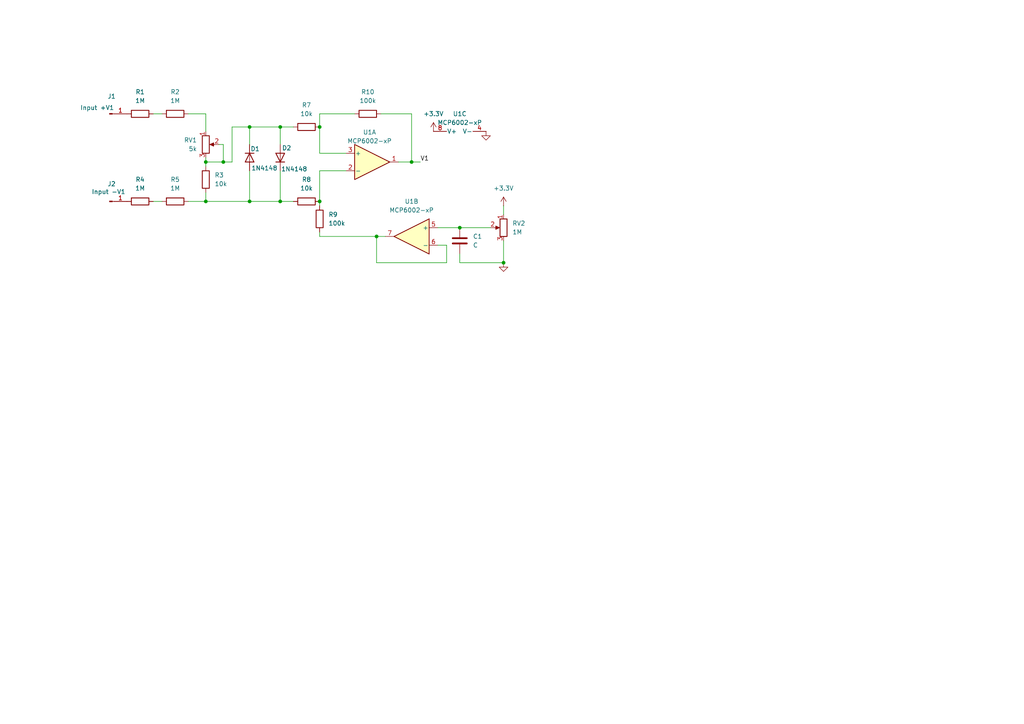
<source format=kicad_sch>
(kicad_sch (version 20250114) (generator "eeschema") (generator_version "9.0")
  (paper "A4")
  (lib_symbols
    (symbol "Amplifier_Operational:MCP6002-xP" (pin_names (offset 0.127))
      (property "Reference" "U" (at 0 5.08 0))
      (property "Value" "MCP6002-xP" (at 0 -5.08 0))
      (symbol "MCP6002-xP_1_1"
        (polyline (pts (xy -5.08 5.08) (xy 5.08 0) (xy -5.08 -5.08) (xy -5.08 5.08)) (stroke (width 0.254)) (fill (type background)))
        (pin input line (at -7.62 2.54 0) (length 2.54) (name "+") (number "3"))
        (pin input line (at -7.62 -2.54 0) (length 2.54) (name "-") (number "2"))
        (pin output line (at 7.62 0 180) (length 2.54) (name "~") (number "1"))
      )
      (symbol "MCP6002-xP_2_1"
        (polyline (pts (xy -5.08 5.08) (xy 5.08 0) (xy -5.08 -5.08) (xy -5.08 5.08)) (stroke (width 0.254)) (fill (type background)))
        (pin input line (at -7.62 2.54 0) (length 2.54) (name "+") (number "5"))
        (pin input line (at -7.62 -2.54 0) (length 2.54) (name "-") (number "6"))
        (pin output line (at 7.62 0 180) (length 2.54) (name "~") (number "7"))
      )
      (symbol "MCP6002-xP_3_1"
        (pin power_in line (at -2.54 7.62 270) (length 3.81) (name "V+") (number "8"))
        (pin power_in line (at -2.54 -7.62 90) (length 3.81) (name "V-") (number "4"))
      )
    )
    (symbol "Connector:Conn_01x01_Pin" (pin_names (offset 1.016) (hide yes))
      (property "Reference" "J" (at 0 2.54 0))
      (property "Value" "Conn_01x01_Pin" (at 0 -2.54 0))
      (symbol "Conn_01x01_Pin_1_1"
        (rectangle (start 0.8636 0.127) (end 0 -0.127) (stroke (width 0.1524)) (fill (type outline)))
        (polyline (pts (xy 1.27 0) (xy 0.8636 0)) (stroke (width 0.1524)))
        (pin passive line (at 5.08 0 180) (length 3.81) (name "Pin_1") (number "1"))
      )
    )
    (symbol "Device:C" (pin_numbers (hide yes)) (pin_names (offset 0.254))
      (property "Reference" "C" (at 0.635 2.54 0))
      (property "Value" "C" (at 0.635 -2.54 0))
      (symbol "C_0_1"
        (polyline (pts (xy -2.032 0.762) (xy 2.032 0.762)) (stroke (width 0.508)))
        (polyline (pts (xy -2.032 -0.762) (xy 2.032 -0.762)) (stroke (width 0.508)))
      )
      (symbol "C_1_1"
        (pin passive line (at 0 3.81 270) (length 2.794) (name "~") (number "1"))
        (pin passive line (at 0 -3.81 90) (length 2.794) (name "~") (number "2"))
      )
    )
    (symbol "Device:R" (pin_numbers (hide yes)) (pin_names (offset 0))
      (property "Reference" "R" (at 2.032 0 90))
      (property "Value" "R" (at 0 0 90))
      (symbol "R_0_1"
        (rectangle (start -1.016 -2.54) (end 1.016 2.54) (stroke (width 0.254)))
      )
      (symbol "R_1_1"
        (pin passive line (at 0 3.81 270) (length 1.27) (name "~") (number "1"))
        (pin passive line (at 0 -3.81 90) (length 1.27) (name "~") (number "2"))
      )
    )
    (symbol "Device:R_Potentiometer" (pin_names (offset 1.016) (hide yes))
      (property "Reference" "RV" (at -4.445 0 90))
      (property "Value" "R_Potentiometer" (at -2.54 0 90))
      (symbol "R_Potentiometer_0_1"
        (rectangle (start 1.016 2.54) (end -1.016 -2.54) (stroke (width 0.254)))
        (polyline (pts (xy 1.143 0) (xy 2.286 0.508) (xy 2.286 -0.508) (xy 1.143 0)) (fill (type outline)))
        (polyline (pts (xy 2.54 0) (xy 1.524 0)))
      )
      (symbol "R_Potentiometer_1_1"
        (pin passive line (at 0 3.81 270) (length 1.27) (name "1") (number "1"))
        (pin passive line (at 0 -3.81 90) (length 1.27) (name "3") (number "3"))
        (pin passive line (at 3.81 0 180) (length 1.27) (name "2") (number "2"))
      )
    )
    (symbol "Diode:1N4148" (pin_numbers (hide yes)) (pin_names (hide yes))
      (property "Reference" "D" (at 0 2.54 0))
      (property "Value" "1N4148" (at 0 -2.54 0))
      (symbol "1N4148_0_1"
        (polyline (pts (xy -1.27 1.27) (xy -1.27 -1.27)) (stroke (width 0.254)))
        (polyline (pts (xy 1.27 1.27) (xy 1.27 -1.27) (xy -1.27 0) (xy 1.27 1.27)) (stroke (width 0.254)))
        (polyline (pts (xy 1.27 0) (xy -1.27 0)))
      )
      (symbol "1N4148_1_1"
        (pin passive line (at -3.81 0 0) (length 2.54) (name "K") (number "1"))
        (pin passive line (at 3.81 0 180) (length 2.54) (name "A") (number "2"))
      )
    )
    (symbol "power:+3.3V" (power) (pin_numbers (hide yes)) (pin_names (offset 0) (hide yes))
      (property "Value" "+3.3V" (at 0 3.556 0))
      (symbol "+3.3V_0_1"
        (polyline (pts (xy -0.762 1.27) (xy 0 2.54)))
        (polyline (pts (xy 0 2.54) (xy 0.762 1.27)))
        (polyline (pts (xy 0 0) (xy 0 2.54)))
      )
      (symbol "+3.3V_1_1"
        (pin power_in line (at 0 0 90) (length 0) (name "~") (number "1"))
      )
    )
    (symbol "power:GND" (power) (pin_numbers (hide yes)) (pin_names (offset 0) (hide yes))
      (property "Value" "GND" (at 0 -3.81 0))
      (symbol "GND_0_1"
        (polyline (pts (xy 0 0) (xy 0 -1.27) (xy 1.27 -1.27) (xy 0 -2.54) (xy -1.27 -1.27) (xy 0 -1.27)))
      )
      (symbol "GND_1_1"
        (pin power_in line (at 0 0 270) (length 0) (name "~") (number "1"))
      )
    )
  )
  (junction (at 81.28 58.42))
  (junction (at 92.71 58.42))
  (junction (at 146.05 76.2))
  (junction (at 81.28 36.83))
  (junction (at 59.69 46.99))
  (junction (at 72.39 58.42))
  (junction (at 92.71 36.83))
  (junction (at 64.77 46.99))
  (junction (at 133.35 66.04))
  (junction (at 109.22 68.58))
  (junction (at 119.38 46.99))
  (junction (at 72.39 36.83))
  (junction (at 59.69 58.42))
  (wire (pts (xy 59.69 58.42) (xy 72.39 58.42)))
  (wire (pts (xy 127 71.12) (xy 129.54 71.12)))
  (wire (pts (xy 92.71 59.69) (xy 92.71 58.42)))
  (wire (pts (xy 92.71 68.58) (xy 109.22 68.58)))
  (wire (pts (xy 59.69 46.99) (xy 59.69 48.26)))
  (wire (pts (xy 102.87 33.02) (xy 92.71 33.02)))
  (wire (pts (xy 100.33 49.53) (xy 92.71 49.53)))
  (wire (pts (xy 64.77 41.91) (xy 64.77 46.99)))
  (wire (pts (xy 115.57 46.99) (xy 119.38 46.99)))
  (wire (pts (xy 81.28 36.83) (xy 81.28 41.91)))
  (wire (pts (xy 146.05 69.85) (xy 146.05 76.2)))
  (wire (pts (xy 59.69 45.72) (xy 59.69 46.99)))
  (wire (pts (xy 67.31 36.83) (xy 67.31 46.99)))
  (wire (pts (xy 63.5 41.91) (xy 64.77 41.91)))
  (wire (pts (xy 133.35 76.2) (xy 146.05 76.2)))
  (wire (pts (xy 64.77 46.99) (xy 59.69 46.99)))
  (wire (pts (xy 109.22 76.2) (xy 109.22 68.58)))
  (wire (pts (xy 85.09 58.42) (xy 81.28 58.42)))
  (wire (pts (xy 119.38 46.99) (xy 121.92 46.99)))
  (wire (pts (xy 72.39 36.83) (xy 67.31 36.83)))
  (wire (pts (xy 100.33 44.45) (xy 92.71 44.45)))
  (wire (pts (xy 54.61 33.02) (xy 59.69 33.02)))
  (wire (pts (xy 67.31 46.99) (xy 64.77 46.99)))
  (wire (pts (xy 133.35 73.66) (xy 133.35 76.2)))
  (wire (pts (xy 59.69 58.42) (xy 54.61 58.42)))
  (wire (pts (xy 72.39 36.83) (xy 81.28 36.83)))
  (wire (pts (xy 109.22 68.58) (xy 111.76 68.58)))
  (wire (pts (xy 92.71 49.53) (xy 92.71 58.42)))
  (wire (pts (xy 119.38 33.02) (xy 110.49 33.02)))
  (wire (pts (xy 92.71 44.45) (xy 92.71 36.83)))
  (wire (pts (xy 129.54 76.2) (xy 109.22 76.2)))
  (wire (pts (xy 72.39 41.91) (xy 72.39 36.83)))
  (wire (pts (xy 81.28 49.53) (xy 81.28 58.42)))
  (wire (pts (xy 81.28 36.83) (xy 85.09 36.83)))
  (wire (pts (xy 92.71 67.31) (xy 92.71 68.58)))
  (wire (pts (xy 44.45 33.02) (xy 46.99 33.02)))
  (wire (pts (xy 146.05 59.69) (xy 146.05 62.23)))
  (wire (pts (xy 59.69 33.02) (xy 59.69 38.1)))
  (wire (pts (xy 92.71 33.02) (xy 92.71 36.83)))
  (wire (pts (xy 133.35 66.04) (xy 142.24 66.04)))
  (wire (pts (xy 44.45 58.42) (xy 46.99 58.42)))
  (wire (pts (xy 119.38 46.99) (xy 119.38 33.02)))
  (wire (pts (xy 59.69 55.88) (xy 59.69 58.42)))
  (wire (pts (xy 81.28 58.42) (xy 72.39 58.42)))
  (wire (pts (xy 72.39 58.42) (xy 72.39 49.53)))
  (wire (pts (xy 129.54 71.12) (xy 129.54 76.2)))
  (wire (pts (xy 127 66.04) (xy 133.35 66.04)))
  (label "V1" (at 121.92 46.99 0))
  (symbol (lib_id "Diode:1N4148") (at 81.28 45.72 90) (unit 1)
    (property "Reference" "D2" (at 81.788 42.926 90) (effects (justify right)))
    (property "Value" "1N4148" (at 81.534 49.022 90) (effects (justify right)))
    (property "Footprint" "Diode_THT:D_DO-35_SOD27_P7.62mm_Horizontal" (effects (hide yes)))
    (property "Datasheet" "https://assets.nexperia.com/documents/data-sheet/1N4148_1N4448.pdf" (effects (hide yes)))
    (property "Description" "100V 0.15A standard switching diode, DO-35" (effects (hide yes)))
    (property "Sim.Device" "D" (effects (hide yes)))
    (property "Sim.Pins" "1=K 2=A" (effects (hide yes)))
  )
  (symbol (lib_id "Device:R") (at 88.9 36.83 90) (unit 1)
    (property "Reference" "R7" (at 88.9 30.48 90))
    (property "Value" "10k" (at 88.9 33.02 90))
    (property "Description" "Resistor" (effects (hide yes)))
  )
  (symbol (lib_id "Device:R_Potentiometer") (at 146.05 66.04 0) (mirror y) (unit 1)
    (property "Reference" "RV2" (at 148.59 64.7699 0) (effects (justify right)))
    (property "Value" "1M" (at 148.59 67.3099 0) (effects (justify right)))
    (property "Description" "Potentiometer" (effects (hide yes)))
  )
  (symbol (lib_id "Device:R") (at 92.71 63.5 180) (unit 1)
    (property "Reference" "R9" (at 95.25 62.2299 0) (effects (justify right)))
    (property "Value" "100k" (at 95.25 64.7699 0) (effects (justify right)))
    (property "Description" "Resistor" (effects (hide yes)))
  )
  (symbol (lib_id "Device:C") (at 133.35 69.85 0) (unit 1)
    (property "Reference" "C1" (at 137.16 68.5799 0) (effects (justify left)))
    (property "Value" "C" (at 137.16 71.1199 0) (effects (justify left)))
    (property "Description" "Unpolarized capacitor" (effects (hide yes)))
  )
  (symbol (lib_id "Amplifier_Operational:MCP6002-xP") (at 107.95 46.99 0) (unit 1)
    (property "Reference" "U1" (at 107.188 38.354 0))
    (property "Value" "MCP6002-xP" (at 107.188 40.894 0))
    (property "Datasheet" "http://ww1.microchip.com/downloads/en/DeviceDoc/21733j.pdf" (effects (hide yes)))
    (property "Description" "1MHz, Low-Power Op Amp, DIP-8" (effects (hide yes)))
  )
  (symbol (lib_id "power:+3.3V") (at 125.73 38.1 0) (unit 1)
    (property "Reference" "#PWR05" (effects (hide yes)))
    (property "Value" "+3.3V" (at 125.73 33.02 0))
    (property "Description" "Power symbol creates a global label with name \"+3.3V\"" (effects (hide yes)))
  )
  (symbol (lib_id "Device:R") (at 50.8 58.42 90) (unit 1)
    (property "Reference" "R5" (at 50.8 52.07 90))
    (property "Value" "1M" (at 50.8 54.61 90))
    (property "Description" "Resistor" (effects (hide yes)))
  )
  (symbol (lib_id "Device:R_Potentiometer") (at 59.69 41.91 0) (unit 1)
    (property "Reference" "RV1" (at 57.15 40.6399 0) (effects (justify right)))
    (property "Value" "5k" (at 57.15 43.1799 0) (effects (justify right)))
    (property "Description" "Potentiometer" (effects (hide yes)))
  )
  (symbol (lib_id "power:GND") (at 146.05 76.2 0) (unit 1)
    (property "Reference" "#PWR01" (effects (hide yes)))
    (property "Value" "GND" (effects (hide yes)))
    (property "Description" "Power symbol creates a global label with name \"GND\" , ground" (effects (hide yes)))
  )
  (symbol (lib_id "Device:R") (at 59.69 52.07 180) (unit 1)
    (property "Reference" "R3" (at 62.23 50.7999 0) (effects (justify right)))
    (property "Value" "10k" (at 62.23 53.3399 0) (effects (justify right)))
    (property "Description" "Resistor" (effects (hide yes)))
  )
  (symbol (lib_id "Connector:Conn_01x01_Pin") (at 31.75 58.42 0) (unit 1)
    (property "Reference" "J2" (at 32.385 53.34 0))
    (property "Value" "Input -V1" (at 31.496 55.626 0))
    (property "Description" "Generic connector, single row, 01x01, script generated" (effects (hide yes)))
  )
  (symbol (lib_id "Device:R") (at 106.68 33.02 270) (unit 1)
    (property "Reference" "R10" (at 106.68 26.67 90))
    (property "Value" "100k" (at 106.68 29.21 90))
    (property "Description" "Resistor" (effects (hide yes)))
  )
  (symbol (lib_id "power:GND") (at 140.97 38.1 0) (unit 1)
    (property "Reference" "#PWR02" (effects (hide yes)))
    (property "Value" "GND" (effects (hide yes)))
    (property "Description" "Power symbol creates a global label with name \"GND\" , ground" (effects (hide yes)))
  )
  (symbol (lib_id "Amplifier_Operational:MCP6002-xP") (at 133.35 35.56 90) (unit 3)
    (property "Reference" "U1" (at 133.35 33.02 90))
    (property "Value" "MCP6002-xP" (at 133.35 35.56 90))
    (property "Datasheet" "http://ww1.microchip.com/downloads/en/DeviceDoc/21733j.pdf" (effects (hide yes)))
    (property "Description" "1MHz, Low-Power Op Amp, DIP-8" (effects (hide yes)))
  )
  (symbol (lib_id "Amplifier_Operational:MCP6002-xP") (at 119.38 68.58 0) (mirror y) (unit 2)
    (property "Reference" "U1" (at 119.38 58.42 0))
    (property "Value" "MCP6002-xP" (at 119.38 60.96 0))
    (property "Datasheet" "http://ww1.microchip.com/downloads/en/DeviceDoc/21733j.pdf" (effects (hide yes)))
    (property "Description" "1MHz, Low-Power Op Amp, DIP-8" (effects (hide yes)))
  )
  (symbol (lib_id "Connector:Conn_01x01_Pin") (at 31.75 33.02 0) (unit 1)
    (property "Reference" "J1" (at 32.385 27.94 0))
    (property "Value" "Input +V1" (at 28.194 31.242 0))
    (property "Description" "Generic connector, single row, 01x01, script generated" (effects (hide yes)))
  )
  (symbol (lib_id "Diode:1N4148") (at 72.39 45.72 270) (unit 1)
    (property "Reference" "D1" (at 72.644 43.18 90) (effects (justify left)))
    (property "Value" "1N4148" (at 72.898 48.768 90) (effects (justify left)))
    (property "Footprint" "Diode_THT:D_DO-35_SOD27_P7.62mm_Horizontal" (effects (hide yes)))
    (property "Datasheet" "https://assets.nexperia.com/documents/data-sheet/1N4148_1N4448.pdf" (effects (hide yes)))
    (property "Description" "100V 0.15A standard switching diode, DO-35" (effects (hide yes)))
    (property "Sim.Device" "D" (effects (hide yes)))
    (property "Sim.Pins" "1=K 2=A" (effects (hide yes)))
  )
  (symbol (lib_id "Device:R") (at 40.64 58.42 90) (unit 1)
    (property "Reference" "R4" (at 40.64 52.07 90))
    (property "Value" "1M" (at 40.64 54.61 90))
    (property "Description" "Resistor" (effects (hide yes)))
  )
  (symbol (lib_id "Device:R") (at 50.8 33.02 90) (unit 1)
    (property "Reference" "R2" (at 50.8 26.67 90))
    (property "Value" "1M" (at 50.8 29.21 90))
    (property "Description" "Resistor" (effects (hide yes)))
  )
  (symbol (lib_id "power:+3.3V") (at 146.05 59.69 0) (unit 1)
    (property "Reference" "#PWR03" (effects (hide yes)))
    (property "Value" "+3.3V" (at 146.05 54.61 0))
    (property "Description" "Power symbol creates a global label with name \"+3.3V\"" (effects (hide yes)))
  )
  (symbol (lib_id "Device:R") (at 40.64 33.02 90) (unit 1)
    (property "Reference" "R1" (at 40.64 26.67 90))
    (property "Value" "1M" (at 40.64 29.21 90))
    (property "Description" "Resistor" (effects (hide yes)))
  )
  (symbol (lib_id "Device:R") (at 88.9 58.42 90) (unit 1)
    (property "Reference" "R8" (at 88.9 52.07 90))
    (property "Value" "10k" (at 88.9 54.61 90))
    (property "Description" "Resistor" (effects (hide yes)))
  )
)
</source>
